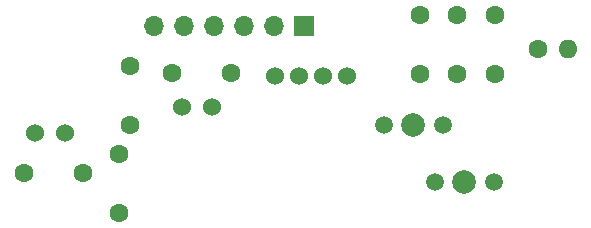
<source format=gts>
G04 #@! TF.GenerationSoftware,KiCad,Pcbnew,(6.0.5)*
G04 #@! TF.CreationDate,2022-05-21T17:14:59+08:00*
G04 #@! TF.ProjectId,AT Sprint 3B.1 filter,41542053-7072-4696-9e74-2033422e3120,rev?*
G04 #@! TF.SameCoordinates,Original*
G04 #@! TF.FileFunction,Soldermask,Top*
G04 #@! TF.FilePolarity,Negative*
%FSLAX46Y46*%
G04 Gerber Fmt 4.6, Leading zero omitted, Abs format (unit mm)*
G04 Created by KiCad (PCBNEW (6.0.5)) date 2022-05-21 17:14:59*
%MOMM*%
%LPD*%
G01*
G04 APERTURE LIST*
%ADD10C,2.000000*%
%ADD11C,1.500000*%
%ADD12C,1.600000*%
%ADD13O,1.600000X1.600000*%
%ADD14R,1.700000X1.700000*%
%ADD15O,1.700000X1.700000*%
%ADD16C,1.524000*%
G04 APERTURE END LIST*
D10*
X134112000Y-64770000D03*
D11*
X136612000Y-64770000D03*
X131612000Y-64770000D03*
D12*
X140379000Y-53467000D03*
D13*
X142919000Y-53467000D03*
D14*
X120523000Y-51562000D03*
D15*
X117983000Y-51562000D03*
X115443000Y-51562000D03*
X112903000Y-51562000D03*
X110363000Y-51562000D03*
X107823000Y-51562000D03*
D12*
X96814000Y-64008000D03*
X101814000Y-64008000D03*
X136696000Y-55634000D03*
X136696000Y-50634000D03*
X130346000Y-55634000D03*
X130346000Y-50634000D03*
X105791000Y-59944000D03*
X105791000Y-54944000D03*
D16*
X112776000Y-58413000D03*
X110236000Y-58413000D03*
X97790000Y-60586000D03*
X100330000Y-60586000D03*
D10*
X129794000Y-59944000D03*
D11*
X127294000Y-59944000D03*
X132294000Y-59944000D03*
D12*
X133521000Y-50634000D03*
X133521000Y-55634000D03*
D16*
X122174000Y-55753000D03*
X120142000Y-55753000D03*
X124206000Y-55753000D03*
X118110000Y-55753000D03*
D12*
X104902000Y-67397000D03*
X104902000Y-62397000D03*
X114387000Y-55499000D03*
X109387000Y-55499000D03*
M02*

</source>
